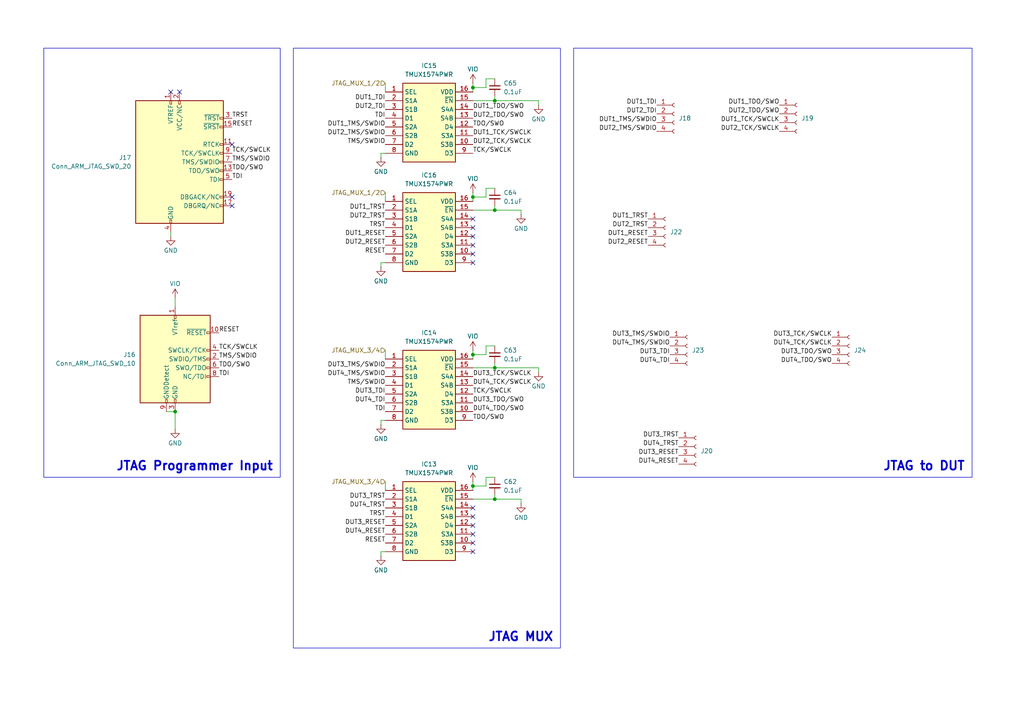
<source format=kicad_sch>
(kicad_sch (version 20250114) (generator "eeschema") (generator_version "9.0")
  (paper "A4")
  (lib_symbols
    (symbol "dut_hub:C_Small" (pin_numbers (hide yes)) (pin_names (offset 0.254) (hide yes))
      (property "Reference" "C" (at 0.254 1.778 0))
      (property "Value" "C_Small" (at 0.254 -2.032 0))
      (symbol "C_Small_0_1"
        (polyline (pts (xy -1.524 0.508) (xy 1.524 0.508)) (stroke (width 0.3048)))
        (polyline (pts (xy -1.524 -0.508) (xy 1.524 -0.508)) (stroke (width 0.3302)))
      )
      (symbol "C_Small_1_1"
        (pin passive line (at 0 2.54 270) (length 2.032) (name "~") (number "1"))
        (pin passive line (at 0 -2.54 90) (length 2.032) (name "~") (number "2"))
      )
    )
    (symbol "dut_hub:Conn_01x04_Socket" (pin_names (offset 1.016) (hide yes))
      (property "Reference" "J" (at 0 5.08 0))
      (property "Value" "Conn_01x04_Socket" (at 0 -7.62 0))
      (symbol "Conn_01x04_Socket_1_1"
        (polyline (pts (xy -1.27 2.54) (xy -0.508 2.54)) (stroke (width 0.1524)))
        (polyline (pts (xy -1.27 0) (xy -0.508 0)) (stroke (width 0.1524)))
        (polyline (pts (xy -1.27 -2.54) (xy -0.508 -2.54)) (stroke (width 0.1524)))
        (polyline (pts (xy -1.27 -5.08) (xy -0.508 -5.08)) (stroke (width 0.1524)))
        (arc (start 0 2.032) (mid -0.5058 2.54) (end 0 3.048) (stroke (width 0.1524)))
        (arc (start 0 -0.508) (mid -0.5058 0) (end 0 0.508) (stroke (width 0.1524)))
        (arc (start 0 -3.048) (mid -0.5058 -2.54) (end 0 -2.032) (stroke (width 0.1524)))
        (arc (start 0 -5.588) (mid -0.5058 -5.08) (end 0 -4.572) (stroke (width 0.1524)))
        (pin passive line (at -5.08 2.54 0) (length 3.81) (name "Pin_1") (number "1"))
        (pin passive line (at -5.08 0 0) (length 3.81) (name "Pin_2") (number "2"))
        (pin passive line (at -5.08 -2.54 0) (length 3.81) (name "Pin_3") (number "3"))
        (pin passive line (at -5.08 -5.08 0) (length 3.81) (name "Pin_4") (number "4"))
      )
    )
    (symbol "dut_hub:Conn_ARM_JTAG_SWD_10" (pin_names (offset 1.016))
      (property "Reference" "J" (at -2.54 16.51 0))
      (property "Value" "Conn_ARM_JTAG_SWD_10" (at -2.54 13.97 0))
      (symbol "Conn_ARM_JTAG_SWD_10_0_1"
        (rectangle (start -10.16 12.7) (end 10.16 -12.7) (stroke (width 0.254)) (fill (type background)))
        (rectangle (start -2.794 -12.7) (end -2.286 -11.684))
        (rectangle (start -0.254 12.7) (end 0.254 11.684))
        (rectangle (start -0.254 -12.7) (end 0.254 -11.684))
        (rectangle (start 9.144 2.286) (end 10.16 2.794))
        (rectangle (start 10.16 7.874) (end 9.144 7.366))
        (rectangle (start 10.16 -0.254) (end 9.144 0.254))
        (rectangle (start 10.16 -2.794) (end 9.144 -2.286))
      )
      (symbol "Conn_ARM_JTAG_SWD_10_1_1"
        (rectangle (start 9.144 -5.334) (end 10.16 -4.826))
        (pin no_connect line (at -10.16 0 0) (length 2.54) (hide yes) (name "KEY") (number "7"))
        (pin passive line (at -2.54 -15.24 90) (length 2.54) (name "GNDDetect") (number "9"))
        (pin power_in line (at 0 15.24 270) (length 2.54) (name "VTref") (number "1"))
        (pin power_in line (at 0 -15.24 90) (length 2.54) (name "GND") (number "3"))
        (pin passive line (at 0 -15.24 90) (length 2.54) (hide yes) (name "GND") (number "5"))
        (pin open_collector line (at 12.7 7.62 180) (length 2.54) (name "~{RESET}") (number "10"))
        (pin output line (at 12.7 2.54 180) (length 2.54) (name "SWCLK/TCK") (number "4"))
        (pin bidirectional line (at 12.7 0 180) (length 2.54) (name "SWDIO/TMS") (number "2"))
        (pin input line (at 12.7 -2.54 180) (length 2.54) (name "SWO/TDO") (number "6"))
        (pin output line (at 12.7 -5.08 180) (length 2.54) (name "NC/TDI") (number "8"))
      )
    )
    (symbol "dut_hub:Conn_ARM_JTAG_SWD_20" (pin_names (offset 1.016))
      (property "Reference" "J" (at -5.08 21.59 0))
      (property "Value" "Conn_ARM_JTAG_SWD_20" (at -5.08 19.05 0))
      (symbol "Conn_ARM_JTAG_SWD_20_0_1"
        (rectangle (start -12.7 17.78) (end 12.7 -17.78) (stroke (width 0.254)) (fill (type background)))
        (rectangle (start -2.794 17.78) (end -2.286 16.764))
        (rectangle (start -2.794 -17.78) (end -2.286 -16.764))
        (rectangle (start -0.254 17.78) (end 0.254 16.764))
        (rectangle (start 11.684 2.286) (end 12.7 2.794))
        (rectangle (start 12.7 12.954) (end 11.684 12.446))
        (rectangle (start 12.7 10.414) (end 11.684 9.906))
        (rectangle (start 12.7 4.826) (end 11.684 5.334))
        (rectangle (start 12.7 -0.254) (end 11.684 0.254))
        (rectangle (start 12.7 -2.794) (end 11.684 -2.286))
        (rectangle (start 12.7 -9.906) (end 11.684 -10.414))
        (rectangle (start 12.7 -12.446) (end 11.684 -12.954))
      )
      (symbol "Conn_ARM_JTAG_SWD_20_1_1"
        (rectangle (start 11.684 -5.334) (end 12.7 -4.826))
        (pin power_in line (at -2.54 20.32 270) (length 2.54) (name "VTREF") (number "1"))
        (pin passive line (at -2.54 -20.32 90) (length 2.54) (hide yes) (name "GND") (number "10"))
        (pin passive line (at -2.54 -20.32 90) (length 2.54) (hide yes) (name "GND") (number "12"))
        (pin passive line (at -2.54 -20.32 90) (length 2.54) (hide yes) (name "GND") (number "14"))
        (pin passive line (at -2.54 -20.32 90) (length 2.54) (hide yes) (name "GND") (number "16"))
        (pin passive line (at -2.54 -20.32 90) (length 2.54) (hide yes) (name "GND") (number "18"))
        (pin passive line (at -2.54 -20.32 90) (length 2.54) (hide yes) (name "GND") (number "20"))
        (pin power_in line (at -2.54 -20.32 90) (length 2.54) (name "GND") (number "4"))
        (pin passive line (at -2.54 -20.32 90) (length 2.54) (hide yes) (name "GND") (number "6"))
        (pin passive line (at -2.54 -20.32 90) (length 2.54) (hide yes) (name "GND") (number "8"))
        (pin power_in line (at 0 20.32 270) (length 2.54) (name "VCC/NC") (number "2"))
        (pin output line (at 15.24 12.7 180) (length 2.54) (name "~{TRST}") (number "3"))
        (pin bidirectional line (at 15.24 10.16 180) (length 2.54) (name "~{SRST}") (number "15"))
        (pin input line (at 15.24 5.08 180) (length 2.54) (name "RTCK") (number "11"))
        (pin output line (at 15.24 2.54 180) (length 2.54) (name "TCK/SWCLK") (number "9"))
        (pin output line (at 15.24 0 180) (length 2.54) (name "TMS/SWDIO") (number "7"))
        (pin input line (at 15.24 -2.54 180) (length 2.54) (name "TDO/SWO") (number "13"))
        (pin output line (at 15.24 -5.08 180) (length 2.54) (name "TDI") (number "5"))
        (pin input line (at 15.24 -10.16 180) (length 2.54) (name "DBGACK/NC") (number "19"))
        (pin output line (at 15.24 -12.7 180) (length 2.54) (name "DBGRQ/NC") (number "17"))
      )
    )
    (symbol "dut_hub:GND" (power) (pin_numbers (hide yes)) (pin_names (offset 0) (hide yes))
      (property "Value" "GND" (at 0 -3.81 0))
      (symbol "GND_0_1"
        (polyline (pts (xy 0 0) (xy 0 -1.27) (xy 1.27 -1.27) (xy 0 -2.54) (xy -1.27 -1.27) (xy 0 -1.27)))
      )
      (symbol "GND_1_1"
        (pin power_in line (at 0 0 270) (length 0) (name "~") (number "1"))
      )
    )
    (symbol "dut_hub:TMUX1574PWR"
      (property "Reference" "IC" (at 6.096 7.62 0))
      (property "Value" "TMUX1574PWR" (at 6.096 5.08 0))
      (symbol "TMUX1574PWR_1_1"
        (rectangle (start 5.08 2.54) (end 20.32 -20.32) (stroke (width 0.254)) (fill (type background)))
        (pin passive line (at 0 0 0) (length 5.08) (name "SEL") (number "1"))
        (pin passive line (at 0 -2.54 0) (length 5.08) (name "S1A") (number "2"))
        (pin passive line (at 0 -5.08 0) (length 5.08) (name "S1B") (number "3"))
        (pin passive line (at 0 -7.62 0) (length 5.08) (name "D1") (number "4"))
        (pin passive line (at 0 -10.16 0) (length 5.08) (name "S2A") (number "5"))
        (pin passive line (at 0 -12.7 0) (length 5.08) (name "S2B") (number "6"))
        (pin passive line (at 0 -15.24 0) (length 5.08) (name "D2") (number "7"))
        (pin passive line (at 0 -17.78 0) (length 5.08) (name "GND") (number "8"))
        (pin passive line (at 25.4 0 180) (length 5.08) (name "VDD") (number "16"))
        (pin passive line (at 25.4 -2.54 180) (length 5.08) (name "~{EN}") (number "15"))
        (pin passive line (at 25.4 -5.08 180) (length 5.08) (name "S4A") (number "14"))
        (pin passive line (at 25.4 -7.62 180) (length 5.08) (name "S4B") (number "13"))
        (pin passive line (at 25.4 -10.16 180) (length 5.08) (name "D4") (number "12"))
        (pin passive line (at 25.4 -12.7 180) (length 5.08) (name "S3A") (number "11"))
        (pin passive line (at 25.4 -15.24 180) (length 5.08) (name "S3B") (number "10"))
        (pin passive line (at 25.4 -17.78 180) (length 5.08) (name "D3") (number "9"))
      )
    )
    (symbol "dut_hub:VDC" (power) (pin_numbers (hide yes)) (pin_names (offset 0) (hide yes))
      (property "Value" "VDC" (at 0 3.556 0))
      (symbol "VDC_0_1"
        (polyline (pts (xy -0.762 1.27) (xy 0 2.54)))
        (polyline (pts (xy 0 2.54) (xy 0.762 1.27)))
        (polyline (pts (xy 0 0) (xy 0 2.54)))
      )
      (symbol "VDC_1_1"
        (pin power_in line (at 0 0 90) (length 0) (name "~") (number "1"))
      )
    )
  )
  (text_box "JTAG Programmer Input" (at 12.7 13.97 0) (size 68.58 124.46) (margins 1.905 1.905 1.905 1.905) (effects (font (size 2.54 2.54) (thickness 0.508) (bold yes)) (justify right bottom)))
  (text_box "JTAG to DUT" (at 166.37 13.97 0) (size 115.57 124.46) (margins 1.905 1.905 1.905 1.905) (effects (font (size 2.54 2.54) (thickness 0.508) (bold yes)) (justify right bottom)))
  (text_box "JTAG MUX" (at 85.09 13.97 0) (size 77.47 173.99) (margins 1.905 1.905 1.905 1.905) (effects (font (size 2.54 2.54) (thickness 0.508) (bold yes)) (justify right bottom)))
  (junction (at 137.16 102.87))
  (junction (at 137.16 57.15))
  (junction (at 50.8 119.38))
  (junction (at 143.51 29.21))
  (junction (at 137.16 140.97))
  (junction (at 143.51 60.96))
  (junction (at 137.16 25.4))
  (junction (at 143.51 144.78))
  (junction (at 143.51 106.68))
  (no_connect (at 137.16 157.48))
  (no_connect (at 137.16 63.5))
  (no_connect (at 67.31 41.91))
  (no_connect (at 137.16 71.12))
  (no_connect (at 137.16 76.2))
  (no_connect (at 67.31 59.69))
  (no_connect (at 137.16 152.4))
  (no_connect (at 137.16 147.32))
  (no_connect (at 52.07 26.67))
  (no_connect (at 67.31 57.15))
  (no_connect (at 49.53 26.67))
  (no_connect (at 137.16 160.02))
  (no_connect (at 137.16 154.94))
  (no_connect (at 137.16 149.86))
  (no_connect (at 137.16 68.58))
  (no_connect (at 137.16 73.66))
  (no_connect (at 137.16 66.04))
  (wire (pts (xy 137.16 106.68) (xy 143.51 106.68)))
  (wire (pts (xy 111.76 44.45) (xy 110.49 44.45)))
  (wire (pts (xy 151.13 144.78) (xy 151.13 146.05)))
  (wire (pts (xy 143.51 105.41) (xy 143.51 106.68)))
  (wire (pts (xy 143.51 100.33) (xy 140.97 100.33)))
  (wire (pts (xy 140.97 22.86) (xy 140.97 25.4)))
  (wire (pts (xy 111.76 101.6) (xy 111.76 104.14)))
  (wire (pts (xy 143.51 54.61) (xy 140.97 54.61)))
  (wire (pts (xy 137.16 144.78) (xy 143.51 144.78)))
  (wire (pts (xy 143.51 138.43) (xy 140.97 138.43)))
  (wire (pts (xy 140.97 140.97) (xy 137.16 140.97)))
  (wire (pts (xy 140.97 102.87) (xy 137.16 102.87)))
  (wire (pts (xy 50.8 86.36) (xy 50.8 88.9)))
  (wire (pts (xy 140.97 100.33) (xy 140.97 102.87)))
  (wire (pts (xy 110.49 160.02) (xy 110.49 161.29)))
  (wire (pts (xy 110.49 76.2) (xy 111.76 76.2)))
  (wire (pts (xy 110.49 160.02) (xy 111.76 160.02)))
  (wire (pts (xy 137.16 25.4) (xy 137.16 26.67)))
  (wire (pts (xy 50.8 119.38) (xy 50.8 124.46)))
  (wire (pts (xy 49.53 67.31) (xy 49.53 68.58)))
  (wire (pts (xy 143.51 22.86) (xy 140.97 22.86)))
  (wire (pts (xy 140.97 138.43) (xy 140.97 140.97)))
  (wire (pts (xy 110.49 121.92) (xy 110.49 123.19)))
  (wire (pts (xy 137.16 140.97) (xy 137.16 142.24)))
  (wire (pts (xy 137.16 101.6) (xy 137.16 102.87)))
  (wire (pts (xy 110.49 44.45) (xy 110.49 45.72)))
  (wire (pts (xy 140.97 25.4) (xy 137.16 25.4)))
  (wire (pts (xy 143.51 59.69) (xy 143.51 60.96)))
  (wire (pts (xy 137.16 102.87) (xy 137.16 104.14)))
  (wire (pts (xy 156.21 29.21) (xy 156.21 30.48)))
  (wire (pts (xy 110.49 76.2) (xy 110.49 77.47)))
  (wire (pts (xy 48.26 119.38) (xy 50.8 119.38)))
  (wire (pts (xy 137.16 60.96) (xy 143.51 60.96)))
  (wire (pts (xy 151.13 60.96) (xy 151.13 62.23)))
  (wire (pts (xy 140.97 54.61) (xy 140.97 57.15)))
  (wire (pts (xy 111.76 24.13) (xy 111.76 26.67)))
  (wire (pts (xy 143.51 60.96) (xy 151.13 60.96)))
  (wire (pts (xy 143.51 106.68) (xy 156.21 106.68)))
  (wire (pts (xy 111.76 121.92) (xy 110.49 121.92)))
  (wire (pts (xy 143.51 144.78) (xy 151.13 144.78)))
  (wire (pts (xy 143.51 143.51) (xy 143.51 144.78)))
  (wire (pts (xy 111.76 55.88) (xy 111.76 58.42)))
  (wire (pts (xy 137.16 29.21) (xy 143.51 29.21)))
  (wire (pts (xy 137.16 55.88) (xy 137.16 57.15)))
  (wire (pts (xy 137.16 139.7) (xy 137.16 140.97)))
  (wire (pts (xy 140.97 57.15) (xy 137.16 57.15)))
  (wire (pts (xy 143.51 27.94) (xy 143.51 29.21)))
  (wire (pts (xy 143.51 29.21) (xy 156.21 29.21)))
  (wire (pts (xy 111.76 139.7) (xy 111.76 142.24)))
  (wire (pts (xy 137.16 24.13) (xy 137.16 25.4)))
  (wire (pts (xy 137.16 57.15) (xy 137.16 58.42)))
  (wire (pts (xy 156.21 106.68) (xy 156.21 107.95)))
  (label "TDI" (at 111.76 119.38 180))
  (label "DUT2_TMS{slash}SWDIO" (at 190.5 38.1 180))
  (label "DUT3_TDO{slash}SWO" (at 241.3 102.87 180))
  (label "DUT3_RESET" (at 111.76 152.4 180))
  (label "DUT1_TDO{slash}SWO" (at 226.06 30.48 180))
  (label "DUT4_TRST" (at 111.76 147.32 180))
  (label "DUT3_RESET" (at 196.85 132.08 180))
  (label "DUT4_TDI" (at 194.31 105.41 180))
  (label "DUT4_TDI" (at 111.76 116.84 180))
  (label "TDI" (at 67.31 52.07 0))
  (label "DUT1_RESET" (at 187.96 68.58 180))
  (label "DUT2_TDO{slash}SWO" (at 137.16 34.29 0))
  (label "DUT2_RESET" (at 111.76 71.12 180))
  (label "DUT4_TCK{slash}SWCLK" (at 241.3 100.33 180))
  (label "DUT3_TCK{slash}SWCLK" (at 241.3 97.79 180))
  (label "TDO{slash}SWO" (at 137.16 121.92 0))
  (label "TCK{slash}SWCLK" (at 137.16 114.3 0))
  (label "DUT2_TCK{slash}SWCLK" (at 226.06 38.1 180))
  (label "RESET" (at 111.76 157.48 180))
  (label "DUT2_TDI" (at 190.5 33.02 180))
  (label "DUT3_TCK{slash}SWCLK" (at 137.16 109.22 0))
  (label "DUT1_TCK{slash}SWCLK" (at 137.16 39.37 0))
  (label "DUT2_RESET" (at 187.96 71.12 180))
  (label "DUT3_TDO{slash}SWO" (at 137.16 116.84 0))
  (label "DUT3_TDI" (at 194.31 102.87 180))
  (label "TMS{slash}SWDIO" (at 111.76 111.76 180))
  (label "DUT4_TMS{slash}SWDIO" (at 194.31 100.33 180))
  (label "DUT4_TCK{slash}SWCLK" (at 137.16 111.76 0))
  (label "TCK{slash}SWCLK" (at 137.16 44.45 0))
  (label "DUT3_TMS{slash}SWDIO" (at 111.76 106.68 180))
  (label "DUT4_TDO{slash}SWO" (at 241.3 105.41 180))
  (label "TDO{slash}SWO" (at 137.16 36.83 0))
  (label "TRST" (at 111.76 66.04 180))
  (label "DUT4_TDO{slash}SWO" (at 137.16 119.38 0))
  (label "DUT1_TDO{slash}SWO" (at 137.16 31.75 0))
  (label "TDO{slash}SWO" (at 67.31 49.53 0))
  (label "DUT4_RESET" (at 111.76 154.94 180))
  (label "DUT3_TRST" (at 111.76 144.78 180))
  (label "DUT1_TRST" (at 187.96 63.5 180))
  (label "DUT2_TRST" (at 111.76 63.5 180))
  (label "DUT3_TDI" (at 111.76 114.3 180))
  (label "DUT3_TRST" (at 196.85 127 180))
  (label "TCK{slash}SWCLK" (at 67.31 44.45 0))
  (label "DUT1_TMS{slash}SWDIO" (at 190.5 35.56 180))
  (label "TDI" (at 111.76 34.29 180))
  (label "DUT1_RESET" (at 111.76 68.58 180))
  (label "TMS{slash}SWDIO" (at 67.31 46.99 0))
  (label "DUT2_TRST" (at 187.96 66.04 180))
  (label "TDI" (at 63.5 109.22 0))
  (label "RESET" (at 67.31 36.83 0))
  (label "TMS{slash}SWDIO" (at 111.76 41.91 180))
  (label "DUT3_TMS{slash}SWDIO" (at 194.31 97.79 180))
  (label "DUT2_TMS{slash}SWDIO" (at 111.76 39.37 180))
  (label "DUT2_TCK{slash}SWCLK" (at 137.16 41.91 0))
  (label "RESET" (at 111.76 73.66 180))
  (label "DUT4_RESET" (at 196.85 134.62 180))
  (label "RESET" (at 63.5 96.52 0))
  (label "DUT1_TMS{slash}SWDIO" (at 111.76 36.83 180))
  (label "DUT1_TDI" (at 111.76 29.21 180))
  (label "TCK{slash}SWCLK" (at 63.5 101.6 0))
  (label "TDO{slash}SWO" (at 63.5 106.68 0))
  (label "DUT1_TCK{slash}SWCLK" (at 226.06 35.56 180))
  (label "TRST" (at 67.31 34.29 0))
  (label "DUT4_TMS{slash}SWDIO" (at 111.76 109.22 180))
  (label "DUT1_TDI" (at 190.5 30.48 180))
  (label "DUT4_TRST" (at 196.85 129.54 180))
  (label "DUT1_TRST" (at 111.76 60.96 180))
  (label "DUT2_TDO{slash}SWO" (at 226.06 33.02 180))
  (label "TMS{slash}SWDIO" (at 63.5 104.14 0))
  (label "TRST" (at 111.76 149.86 180))
  (label "DUT2_TDI" (at 111.76 31.75 180))
  (hierarchical_label "JTAG_MUX_1{slash}2" (shape input) (at 111.76 55.88 180))
  (hierarchical_label "JTAG_MUX_3{slash}4" (shape input) (at 111.76 139.7 180))
  (hierarchical_label "JTAG_MUX_3{slash}4" (shape input) (at 111.76 101.6 180))
  (hierarchical_label "JTAG_MUX_1{slash}2" (shape input) (at 111.76 24.13 180))
  (symbol (lib_id "dut_hub:Conn_01x04_Socket") (at 201.93 129.54 0) (unit 1)
    (property "Reference" "J20" (at 203.2 130.8099 0) (effects (justify left)))
    (property "Value" "Conn_01x04_Socket" (effects (hide yes)))
    (property "Footprint" "Connector_PinSocket_2.54mm:PinSocket_1x04_P2.54mm_Vertical" (effects (hide yes)))
    (property "Description" "Generic connector, single row, 01x04, script generated" (effects (hide yes)))
  )
  (symbol (lib_id "dut_hub:Conn_ARM_JTAG_SWD_20") (at 52.07 46.99 0) (unit 1)
    (property "Reference" "J17" (at 38.1 45.7199 0) (effects (justify right)))
    (property "Value" "Conn_ARM_JTAG_SWD_20" (at 38.1 48.2599 0) (effects (justify right)))
    (property "Footprint" "Connector_IDC:IDC-Header_2x10_P2.54mm_Vertical" (effects (hide yes)))
    (property "Datasheet" "http://infocenter.arm.com/help/topic/com.arm.doc.dui0499b/DUI0499B_system_design_reference.pdf" (effects (hide yes)))
    (property "Description" "Standard IDC20 Pinheader Connector, ARM legacy JTAG and SWD interface" (effects (hide yes)))
  )
  (symbol (lib_id "dut_hub:VDC") (at 137.16 101.6 0) (unit 1)
    (property "Reference" "#PWR0169" (effects (hide yes)))
    (property "Value" "VIO" (at 137.16 97.536 0))
    (property "Description" "Power symbol creates a global label with name \"VDC\"" (effects (hide yes)))
  )
  (symbol (lib_id "dut_hub:GND") (at 110.49 45.72 0) (unit 1)
    (property "Reference" "#PWR0166" (effects (hide yes)))
    (property "Value" "GND" (at 110.49 49.784 0))
    (property "Description" "Power symbol creates a global label with name \"GND\" , ground" (effects (hide yes)))
  )
  (symbol (lib_id "dut_hub:Conn_01x04_Socket") (at 193.04 66.04 0) (unit 1)
    (property "Reference" "J22" (at 194.31 67.3099 0) (effects (justify left)))
    (property "Value" "Conn_01x04_Socket" (effects (hide yes)))
    (property "Footprint" "Connector_PinSocket_2.54mm:PinSocket_1x04_P2.54mm_Vertical" (effects (hide yes)))
    (property "Description" "Generic connector, single row, 01x04, script generated" (effects (hide yes)))
  )
  (symbol (lib_id "dut_hub:GND") (at 49.53 68.58 0) (unit 1)
    (property "Reference" "#PWR0161" (effects (hide yes)))
    (property "Value" "GND" (at 49.53 72.644 0))
    (property "Description" "Power symbol creates a global label with name \"GND\" , ground" (effects (hide yes)))
  )
  (symbol (lib_id "dut_hub:TMUX1574PWR") (at 111.76 26.67 0) (unit 1)
    (property "Reference" "IC15" (at 124.46 19.05 0))
    (property "Value" "TMUX1574PWR" (at 124.46 21.59 0))
    (property "Footprint" "dut_hub:SOP65P640X120-16N" (effects (hide yes)))
    (property "Datasheet" "http://www.ti.com/lit/ds/symlink/tmux1574.pdf" (effects (hide yes)))
    (property "Description" "Low-capacitance, 2:1 (SPDT) 4-channel, powered-off protection switch with 1.8-V logic" (effects (hide yes)))
    (property "Height" "1.2" (effects (hide yes)))
    (property "Mouser Part Number" "595-TMUX1574PWR" (effects (hide yes)))
    (property "Mouser Price/Stock" "https://www.mouser.co.uk/ProductDetail/Texas-Instruments/TMUX1574PWR?qs=byeeYqUIh0MjLW36DajeuA%3D%3D" (effects (hide yes)))
    (property "Manufacturer_Name" "Texas Instruments" (effects (hide yes)))
    (property "Manufacturer_Part_Number" "TMUX1574PWR" (effects (hide yes)))
  )
  (symbol (lib_id "dut_hub:Conn_ARM_JTAG_SWD_10") (at 50.8 104.14 0) (unit 1)
    (property "Reference" "J16" (at 39.37 102.8699 0) (effects (justify right)))
    (property "Value" "Conn_ARM_JTAG_SWD_10" (at 39.37 105.4099 0) (effects (justify right)))
    (property "Footprint" "Connector_PinHeader_1.27mm:PinHeader_2x05_P1.27mm_Vertical" (effects (hide yes)))
    (property "Datasheet" "http://infocenter.arm.com/help/topic/com.arm.doc.ddi0314h/DDI0314H_coresight_components_trm.pdf" (effects (hide yes)))
    (property "Description" "Cortex Debug Connector, standard ARM Cortex-M SWD and JTAG interface" (effects (hide yes)))
  )
  (symbol (lib_id "dut_hub:GND") (at 50.8 124.46 0) (unit 1)
    (property "Reference" "#PWR0163" (effects (hide yes)))
    (property "Value" "GND" (at 50.8 128.524 0))
    (property "Description" "Power symbol creates a global label with name \"GND\" , ground" (effects (hide yes)))
  )
  (symbol (lib_id "dut_hub:GND") (at 110.49 77.47 0) (unit 1)
    (property "Reference" "#PWR0167" (effects (hide yes)))
    (property "Value" "GND" (at 110.49 81.534 0))
    (property "Description" "Power symbol creates a global label with name \"GND\" , ground" (effects (hide yes)))
  )
  (symbol (lib_id "dut_hub:Conn_01x04_Socket") (at 195.58 33.02 0) (unit 1)
    (property "Reference" "J18" (at 196.85 34.2899 0) (effects (justify left)))
    (property "Value" "Conn_01x04_Socket" (effects (hide yes)))
    (property "Footprint" "Connector_PinSocket_2.54mm:PinSocket_1x04_P2.54mm_Vertical" (effects (hide yes)))
    (property "Description" "Generic connector, single row, 01x04, script generated" (effects (hide yes)))
  )
  (symbol (lib_id "dut_hub:Conn_01x04_Socket") (at 231.14 33.02 0) (unit 1)
    (property "Reference" "J19" (at 232.41 34.2899 0) (effects (justify left)))
    (property "Value" "Conn_01x04_Socket" (effects (hide yes)))
    (property "Footprint" "Connector_PinSocket_2.54mm:PinSocket_1x04_P2.54mm_Vertical" (effects (hide yes)))
    (property "Description" "Generic connector, single row, 01x04, script generated" (effects (hide yes)))
  )
  (symbol (lib_id "dut_hub:C_Small") (at 143.51 140.97 0) (unit 1)
    (property "Reference" "C62" (at 146.05 139.7062 0) (effects (justify left)))
    (property "Value" "0.1uF" (at 146.05 142.2462 0) (effects (justify left)))
    (property "Footprint" "Capacitor_SMD:C_0603_1608Metric" (effects (hide yes)))
    (property "Description" "Unpolarized capacitor, small symbol" (effects (hide yes)))
  )
  (symbol (lib_id "dut_hub:C_Small") (at 143.51 57.15 0) (unit 1)
    (property "Reference" "C64" (at 146.05 55.8862 0) (effects (justify left)))
    (property "Value" "0.1uF" (at 146.05 58.4262 0) (effects (justify left)))
    (property "Footprint" "Capacitor_SMD:C_0603_1608Metric" (effects (hide yes)))
    (property "Description" "Unpolarized capacitor, small symbol" (effects (hide yes)))
  )
  (symbol (lib_id "dut_hub:TMUX1574PWR") (at 111.76 58.42 0) (unit 1)
    (property "Reference" "IC16" (at 124.46 50.8 0))
    (property "Value" "TMUX1574PWR" (at 124.46 53.34 0))
    (property "Footprint" "dut_hub:SOP65P640X120-16N" (effects (hide yes)))
    (property "Datasheet" "http://www.ti.com/lit/ds/symlink/tmux1574.pdf" (effects (hide yes)))
    (property "Description" "Low-capacitance, 2:1 (SPDT) 4-channel, powered-off protection switch with 1.8-V logic" (effects (hide yes)))
    (property "Height" "1.2" (effects (hide yes)))
    (property "Mouser Part Number" "595-TMUX1574PWR" (effects (hide yes)))
    (property "Mouser Price/Stock" "https://www.mouser.co.uk/ProductDetail/Texas-Instruments/TMUX1574PWR?qs=byeeYqUIh0MjLW36DajeuA%3D%3D" (effects (hide yes)))
    (property "Manufacturer_Name" "Texas Instruments" (effects (hide yes)))
    (property "Manufacturer_Part_Number" "TMUX1574PWR" (effects (hide yes)))
  )
  (symbol (lib_id "dut_hub:VDC") (at 137.16 24.13 0) (unit 1)
    (property "Reference" "#PWR0170" (effects (hide yes)))
    (property "Value" "VIO" (at 137.16 20.066 0))
    (property "Description" "Power symbol creates a global label with name \"VDC\"" (effects (hide yes)))
  )
  (symbol (lib_id "dut_hub:GND") (at 156.21 107.95 0) (unit 1)
    (property "Reference" "#PWR0173" (effects (hide yes)))
    (property "Value" "GND" (at 156.21 112.014 0))
    (property "Description" "Power symbol creates a global label with name \"GND\" , ground" (effects (hide yes)))
  )
  (symbol (lib_id "dut_hub:VDC") (at 137.16 139.7 0) (unit 1)
    (property "Reference" "#PWR0168" (effects (hide yes)))
    (property "Value" "VIO" (at 137.16 135.636 0))
    (property "Description" "Power symbol creates a global label with name \"VDC\"" (effects (hide yes)))
  )
  (symbol (lib_id "dut_hub:GND") (at 110.49 123.19 0) (unit 1)
    (property "Reference" "#PWR0165" (effects (hide yes)))
    (property "Value" "GND" (at 110.49 127.254 0))
    (property "Description" "Power symbol creates a global label with name \"GND\" , ground" (effects (hide yes)))
  )
  (symbol (lib_id "dut_hub:C_Small") (at 143.51 25.4 0) (unit 1)
    (property "Reference" "C65" (at 146.05 24.1362 0) (effects (justify left)))
    (property "Value" "0.1uF" (at 146.05 26.6762 0) (effects (justify left)))
    (property "Footprint" "Capacitor_SMD:C_0603_1608Metric" (effects (hide yes)))
    (property "Description" "Unpolarized capacitor, small symbol" (effects (hide yes)))
  )
  (symbol (lib_id "dut_hub:C_Small") (at 143.51 102.87 0) (unit 1)
    (property "Reference" "C63" (at 146.05 101.6062 0) (effects (justify left)))
    (property "Value" "0.1uF" (at 146.05 104.1462 0) (effects (justify left)))
    (property "Footprint" "Capacitor_SMD:C_0603_1608Metric" (effects (hide yes)))
    (property "Description" "Unpolarized capacitor, small symbol" (effects (hide yes)))
  )
  (symbol (lib_id "dut_hub:GND") (at 151.13 62.23 0) (unit 1)
    (property "Reference" "#PWR0175" (effects (hide yes)))
    (property "Value" "GND" (at 151.13 66.294 0))
    (property "Description" "Power symbol creates a global label with name \"GND\" , ground" (effects (hide yes)))
  )
  (symbol (lib_id "dut_hub:VDC") (at 137.16 55.88 0) (unit 1)
    (property "Reference" "#PWR0171" (effects (hide yes)))
    (property "Value" "VIO" (at 137.16 51.816 0))
    (property "Description" "Power symbol creates a global label with name \"VDC\"" (effects (hide yes)))
  )
  (symbol (lib_id "dut_hub:GND") (at 110.49 161.29 0) (unit 1)
    (property "Reference" "#PWR0164" (effects (hide yes)))
    (property "Value" "GND" (at 110.49 165.354 0))
    (property "Description" "Power symbol creates a global label with name \"GND\" , ground" (effects (hide yes)))
  )
  (symbol (lib_id "dut_hub:Conn_01x04_Socket") (at 246.38 100.33 0) (unit 1)
    (property "Reference" "J24" (at 247.65 101.5999 0) (effects (justify left)))
    (property "Value" "Conn_01x04_Socket" (effects (hide yes)))
    (property "Footprint" "Connector_PinSocket_2.54mm:PinSocket_1x04_P2.54mm_Vertical" (effects (hide yes)))
    (property "Description" "Generic connector, single row, 01x04, script generated" (effects (hide yes)))
  )
  (symbol (lib_id "dut_hub:GND") (at 151.13 146.05 0) (unit 1)
    (property "Reference" "#PWR0172" (effects (hide yes)))
    (property "Value" "GND" (at 151.13 150.114 0))
    (property "Description" "Power symbol creates a global label with name \"GND\" , ground" (effects (hide yes)))
  )
  (symbol (lib_id "dut_hub:VDC") (at 50.8 86.36 0) (unit 1)
    (property "Reference" "#PWR0162" (effects (hide yes)))
    (property "Value" "VIO" (at 50.8 82.296 0))
    (property "Description" "Power symbol creates a global label with name \"VDC\"" (effects (hide yes)))
  )
  (symbol (lib_id "dut_hub:GND") (at 156.21 30.48 0) (unit 1)
    (property "Reference" "#PWR0174" (effects (hide yes)))
    (property "Value" "GND" (at 156.21 34.544 0))
    (property "Description" "Power symbol creates a global label with name \"GND\" , ground" (effects (hide yes)))
  )
  (symbol (lib_id "dut_hub:Conn_01x04_Socket") (at 199.39 100.33 0) (unit 1)
    (property "Reference" "J23" (at 200.66 101.5999 0) (effects (justify left)))
    (property "Value" "Conn_01x04_Socket" (effects (hide yes)))
    (property "Footprint" "Connector_PinSocket_2.54mm:PinSocket_1x04_P2.54mm_Vertical" (effects (hide yes)))
    (property "Description" "Generic connector, single row, 01x04, script generated" (effects (hide yes)))
  )
  (symbol (lib_id "dut_hub:TMUX1574PWR") (at 111.76 142.24 0) (unit 1)
    (property "Reference" "IC13" (at 124.46 134.62 0))
    (property "Value" "TMUX1574PWR" (at 124.46 137.16 0))
    (property "Footprint" "dut_hub:SOP65P640X120-16N" (effects (hide yes)))
    (property "Datasheet" "http://www.ti.com/lit/ds/symlink/tmux1574.pdf" (effects (hide yes)))
    (property "Description" "Low-capacitance, 2:1 (SPDT) 4-channel, powered-off protection switch with 1.8-V logic" (effects (hide yes)))
    (property "Height" "1.2" (effects (hide yes)))
    (property "Mouser Part Number" "595-TMUX1574PWR" (effects (hide yes)))
    (property "Mouser Price/Stock" "https://www.mouser.co.uk/ProductDetail/Texas-Instruments/TMUX1574PWR?qs=byeeYqUIh0MjLW36DajeuA%3D%3D" (effects (hide yes)))
    (property "Manufacturer_Name" "Texas Instruments" (effects (hide yes)))
    (property "Manufacturer_Part_Number" "TMUX1574PWR" (effects (hide yes)))
  )
  (symbol (lib_id "dut_hub:TMUX1574PWR") (at 111.76 104.14 0) (unit 1)
    (property "Reference" "IC14" (at 124.46 96.52 0))
    (property "Value" "TMUX1574PWR" (at 124.46 99.06 0))
    (property "Footprint" "dut_hub:SOP65P640X120-16N" (effects (hide yes)))
    (property "Datasheet" "http://www.ti.com/lit/ds/symlink/tmux1574.pdf" (effects (hide yes)))
    (property "Description" "Low-capacitance, 2:1 (SPDT) 4-channel, powered-off protection switch with 1.8-V logic" (effects (hide yes)))
    (property "Height" "1.2" (effects (hide yes)))
    (property "Mouser Part Number" "595-TMUX1574PWR" (effects (hide yes)))
    (property "Mouser Price/Stock" "https://www.mouser.co.uk/ProductDetail/Texas-Instruments/TMUX1574PWR?qs=byeeYqUIh0MjLW36DajeuA%3D%3D" (effects (hide yes)))
    (property "Manufacturer_Name" "Texas Instruments" (effects (hide yes)))
    (property "Manufacturer_Part_Number" "TMUX1574PWR" (effects (hide yes)))
  )
)
</source>
